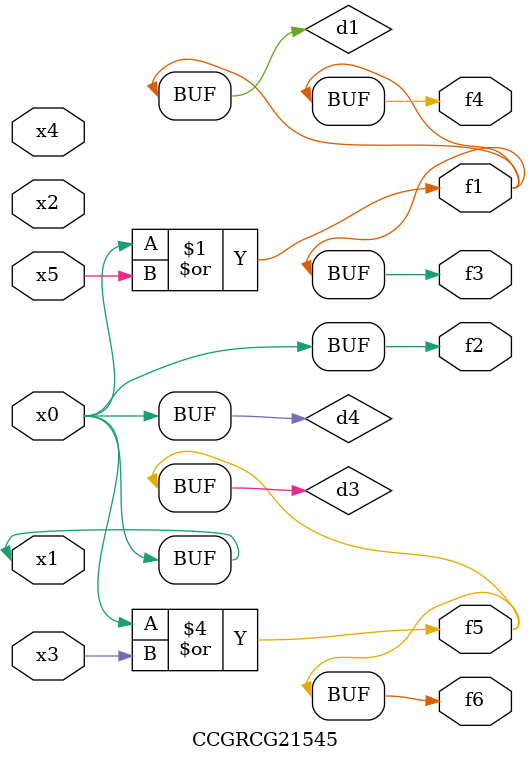
<source format=v>
module CCGRCG21545(
	input x0, x1, x2, x3, x4, x5,
	output f1, f2, f3, f4, f5, f6
);

	wire d1, d2, d3, d4;

	or (d1, x0, x5);
	xnor (d2, x1, x4);
	or (d3, x0, x3);
	buf (d4, x0, x1);
	assign f1 = d1;
	assign f2 = d4;
	assign f3 = d1;
	assign f4 = d1;
	assign f5 = d3;
	assign f6 = d3;
endmodule

</source>
